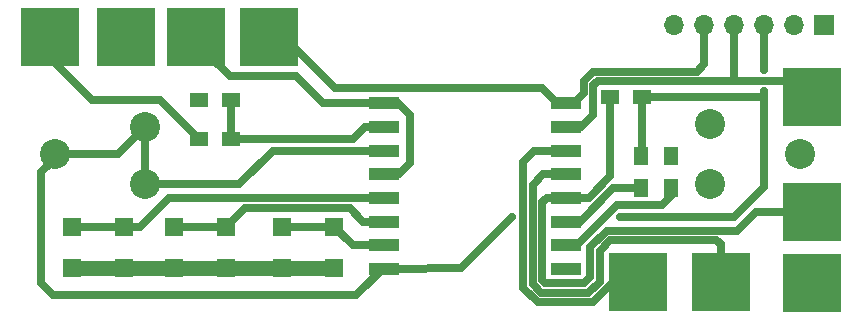
<source format=gbr>
G04 #@! TF.FileFunction,Copper,L1,Top,Signal*
%FSLAX46Y46*%
G04 Gerber Fmt 4.6, Leading zero omitted, Abs format (unit mm)*
G04 Created by KiCad (PCBNEW 4.0.6) date Fri Aug 18 15:25:10 2017*
%MOMM*%
%LPD*%
G01*
G04 APERTURE LIST*
%ADD10C,0.100000*%
%ADD11R,2.500000X1.100000*%
%ADD12R,5.000000X5.000000*%
%ADD13C,2.540000*%
%ADD14R,1.500000X1.500000*%
%ADD15R,1.700000X1.700000*%
%ADD16O,1.700000X1.700000*%
%ADD17R,1.500000X1.300000*%
%ADD18R,1.300000X1.500000*%
%ADD19C,0.685800*%
%ADD20C,0.635000*%
%ADD21C,1.270000*%
G04 APERTURE END LIST*
D10*
D11*
X184212000Y-35052000D03*
X184212000Y-37052000D03*
X184212000Y-39052000D03*
X184212000Y-41052000D03*
X184212000Y-43052000D03*
X184212000Y-45052000D03*
X184212000Y-47052000D03*
X184212000Y-49052000D03*
X199612000Y-49052000D03*
X199612000Y-47052000D03*
X199612000Y-45052000D03*
X199612000Y-43052000D03*
X199612000Y-41052000D03*
X199612000Y-39052000D03*
X199612000Y-37052000D03*
X199612000Y-35052000D03*
D12*
X168354000Y-29464000D03*
X162354000Y-29464000D03*
X220472000Y-44244000D03*
X220472000Y-50244000D03*
D13*
X156340000Y-39370000D03*
X163960000Y-41910000D03*
X163960000Y-37084000D03*
X219460000Y-39370000D03*
X211840000Y-36830000D03*
X211840000Y-41910000D03*
D14*
X170881000Y-48994000D03*
X166431000Y-48994000D03*
X170881000Y-45494000D03*
X166431000Y-45494000D03*
X162245000Y-48994000D03*
X157795000Y-48994000D03*
X162245000Y-45494000D03*
X157795000Y-45494000D03*
X180025000Y-48994000D03*
X175575000Y-48994000D03*
X180025000Y-45494000D03*
X175575000Y-45494000D03*
D12*
X155956000Y-29464000D03*
D15*
X221488000Y-28448000D03*
D16*
X218948000Y-28448000D03*
X216408000Y-28448000D03*
X213868000Y-28448000D03*
X211328000Y-28448000D03*
X208788000Y-28448000D03*
D12*
X205740000Y-50165000D03*
X212725000Y-50165000D03*
D17*
X171276000Y-38100000D03*
X168576000Y-38100000D03*
X171276000Y-34798000D03*
X168576000Y-34798000D03*
D18*
X205994000Y-39544000D03*
X205994000Y-42244000D03*
D17*
X203374000Y-34544000D03*
X206074000Y-34544000D03*
D18*
X208534000Y-42244000D03*
X208534000Y-39544000D03*
D12*
X220472000Y-34544000D03*
X174498000Y-29464000D03*
D19*
X204216000Y-44704000D03*
X195072000Y-44704000D03*
X216408000Y-32258000D03*
X216408000Y-34036000D03*
X198882000Y-49022000D03*
X162306000Y-29464000D03*
X168402000Y-34798000D03*
X177800000Y-49022000D03*
X168656000Y-49022000D03*
X160020000Y-49022000D03*
X220472000Y-50292000D03*
X208534000Y-39370000D03*
D20*
X206074000Y-34544000D02*
X216408000Y-34544000D01*
X216408000Y-34544000D02*
X216408000Y-34798000D01*
X206074000Y-34544000D02*
X206074000Y-39464000D01*
X206074000Y-39464000D02*
X205994000Y-39544000D01*
X184912000Y-49052000D02*
X190754000Y-49022000D01*
X216408000Y-35814000D02*
X216408000Y-34798000D01*
X216408000Y-40640000D02*
X216408000Y-35814000D01*
X216408000Y-42164000D02*
X216408000Y-40640000D01*
X213868000Y-44704000D02*
X216408000Y-42164000D01*
X204216000Y-44704000D02*
X213868000Y-44704000D01*
X190754000Y-49022000D02*
X195072000Y-44704000D01*
X163960000Y-41910000D02*
X171958000Y-41910000D01*
X174816000Y-39052000D02*
X184912000Y-39052000D01*
X171958000Y-41910000D02*
X174816000Y-39052000D01*
X216408000Y-34798000D02*
X216408000Y-34036000D01*
X216408000Y-32258000D02*
X216408000Y-28448000D01*
X156340000Y-39370000D02*
X156340000Y-39748000D01*
X156340000Y-39748000D02*
X155194000Y-40894000D01*
X181864000Y-51308000D02*
X184120000Y-49052000D01*
X156210000Y-51308000D02*
X181864000Y-51308000D01*
X155194000Y-50292000D02*
X156210000Y-51308000D01*
X155194000Y-40894000D02*
X155194000Y-50292000D01*
X184120000Y-49052000D02*
X184912000Y-49052000D01*
X156340000Y-39370000D02*
X161674000Y-39370000D01*
X161674000Y-39370000D02*
X163960000Y-37084000D01*
X163960000Y-37084000D02*
X163960000Y-41910000D01*
D21*
X180025000Y-48994000D02*
X177828000Y-48994000D01*
X177772000Y-48994000D02*
X177800000Y-49022000D01*
X177772000Y-48994000D02*
X175575000Y-48994000D01*
X177828000Y-48994000D02*
X177800000Y-49022000D01*
X170881000Y-48994000D02*
X175575000Y-48994000D01*
X170881000Y-48994000D02*
X168684000Y-48994000D01*
X168628000Y-48994000D02*
X168656000Y-49022000D01*
X168628000Y-48994000D02*
X166431000Y-48994000D01*
X168684000Y-48994000D02*
X168656000Y-49022000D01*
X162245000Y-48994000D02*
X166431000Y-48994000D01*
X162245000Y-48994000D02*
X160048000Y-48994000D01*
X159992000Y-48994000D02*
X157795000Y-48994000D01*
X159992000Y-48994000D02*
X160020000Y-49022000D01*
X160048000Y-48994000D02*
X160020000Y-49022000D01*
D20*
X184912000Y-45052000D02*
X182466000Y-45052000D01*
X172433000Y-43942000D02*
X170881000Y-45494000D01*
X181356000Y-43942000D02*
X172433000Y-43942000D01*
X182466000Y-45052000D02*
X181356000Y-43942000D01*
X166431000Y-45494000D02*
X170881000Y-45494000D01*
X162245000Y-45494000D02*
X163548000Y-45494000D01*
X165990000Y-43052000D02*
X184912000Y-43052000D01*
X163548000Y-45494000D02*
X165990000Y-43052000D01*
X157795000Y-45494000D02*
X162245000Y-45494000D01*
X175575000Y-45494000D02*
X180025000Y-45494000D01*
X180025000Y-45494000D02*
X181583000Y-47052000D01*
X181583000Y-47052000D02*
X184912000Y-47052000D01*
X155956000Y-29464000D02*
X155956000Y-31242000D01*
X155956000Y-31242000D02*
X159512000Y-34798000D01*
X159512000Y-34798000D02*
X165274000Y-34798000D01*
X165274000Y-34798000D02*
X168576000Y-38100000D01*
X184912000Y-41052000D02*
X185516000Y-41052000D01*
X186436000Y-36068000D02*
X185420000Y-35052000D01*
X186436000Y-40132000D02*
X186436000Y-36068000D01*
X185516000Y-41052000D02*
X186436000Y-40132000D01*
X185420000Y-35052000D02*
X184912000Y-35052000D01*
X168354000Y-29464000D02*
X168354000Y-29924000D01*
X168354000Y-29924000D02*
X171196000Y-32766000D01*
X171196000Y-32766000D02*
X176784000Y-32766000D01*
X176784000Y-32766000D02*
X179070000Y-35052000D01*
X179070000Y-35052000D02*
X179578000Y-35052000D01*
X179578000Y-35052000D02*
X181864000Y-35052000D01*
X181864000Y-35052000D02*
X184912000Y-35052000D01*
X213868000Y-28448000D02*
X213868000Y-33147000D01*
X213868000Y-33147000D02*
X213868000Y-33020000D01*
X213868000Y-33020000D02*
X213868000Y-33147000D01*
X198912000Y-37052000D02*
X200946000Y-37052000D01*
X202311000Y-33147000D02*
X213868000Y-33147000D01*
X213868000Y-33147000D02*
X219075000Y-33147000D01*
X201930000Y-33528000D02*
X202311000Y-33147000D01*
X201930000Y-36068000D02*
X201930000Y-33528000D01*
X200946000Y-37052000D02*
X201930000Y-36068000D01*
X219075000Y-33147000D02*
X220472000Y-34544000D01*
X198912000Y-35052000D02*
X200279000Y-35052000D01*
X200279000Y-35052000D02*
X201142598Y-34188402D01*
X211328000Y-31750000D02*
X211328000Y-28448000D01*
X210718402Y-32359598D02*
X211328000Y-31750000D01*
X201955402Y-32359598D02*
X210718402Y-32359598D01*
X201142598Y-33172402D02*
X201955402Y-32359598D01*
X201142598Y-34188402D02*
X201142598Y-33172402D01*
X198912000Y-35052000D02*
X199771000Y-35052000D01*
X198912000Y-35052000D02*
X199898000Y-35052000D01*
X174498000Y-29464000D02*
X175768000Y-29464000D01*
X175768000Y-29464000D02*
X180086000Y-33782000D01*
X180086000Y-33782000D02*
X197612000Y-33782000D01*
X197612000Y-33782000D02*
X198882000Y-35052000D01*
X198882000Y-35052000D02*
X198912000Y-35052000D01*
X205740000Y-50165000D02*
X203615000Y-50165000D01*
X203615000Y-50165000D02*
X201890000Y-51890000D01*
X201890000Y-51890000D02*
X197230000Y-51890000D01*
X197230000Y-51890000D02*
X195990000Y-50650000D01*
X195990000Y-50650000D02*
X195990000Y-39990000D01*
X195990000Y-39990000D02*
X196928000Y-39052000D01*
X196928000Y-39052000D02*
X198912000Y-39052000D01*
X198848000Y-39116000D02*
X198912000Y-39052000D01*
X212725000Y-50165000D02*
X212725000Y-46985000D01*
X197698000Y-41052000D02*
X198912000Y-41052000D01*
X196810000Y-41940000D02*
X197698000Y-41052000D01*
X196810000Y-50350000D02*
X196810000Y-41940000D01*
X197560000Y-51100000D02*
X196810000Y-50350000D01*
X201520000Y-51100000D02*
X197560000Y-51100000D01*
X202480000Y-50140000D02*
X201520000Y-51100000D01*
X202480000Y-47553554D02*
X202480000Y-50140000D01*
X203396152Y-46637402D02*
X202480000Y-47553554D01*
X212377402Y-46637402D02*
X203396152Y-46637402D01*
X212725000Y-46985000D02*
X212377402Y-46637402D01*
X198912000Y-43052000D02*
X201550000Y-43052000D01*
X203374000Y-41228000D02*
X203374000Y-34544000D01*
X201550000Y-43052000D02*
X203374000Y-41228000D01*
X198912000Y-43052000D02*
X197994000Y-43052000D01*
X215716000Y-44244000D02*
X220472000Y-44244000D01*
X214110000Y-45850000D02*
X215716000Y-44244000D01*
X203070000Y-45850000D02*
X214110000Y-45850000D01*
X201676000Y-47244000D02*
X203070000Y-45850000D01*
X201676000Y-49784000D02*
X201676000Y-47244000D01*
X201168000Y-50292000D02*
X201676000Y-49784000D01*
X197866000Y-50292000D02*
X201168000Y-50292000D01*
X197612000Y-50038000D02*
X197866000Y-50292000D01*
X197612000Y-43434000D02*
X197612000Y-50038000D01*
X197994000Y-43052000D02*
X197612000Y-43434000D01*
X171276000Y-38100000D02*
X181610000Y-38100000D01*
X182658000Y-37052000D02*
X184912000Y-37052000D01*
X181610000Y-38100000D02*
X182658000Y-37052000D01*
X171276000Y-34798000D02*
X171276000Y-38100000D01*
X205994000Y-42244000D02*
X203628000Y-42244000D01*
X203628000Y-42244000D02*
X200820000Y-45052000D01*
X200820000Y-45052000D02*
X198912000Y-45052000D01*
X208534000Y-42244000D02*
X208534000Y-42926000D01*
X208534000Y-42926000D02*
X207772000Y-43688000D01*
X207772000Y-43688000D02*
X203962000Y-43688000D01*
X203962000Y-43688000D02*
X200598000Y-47052000D01*
X200598000Y-47052000D02*
X198912000Y-47052000D01*
M02*

</source>
